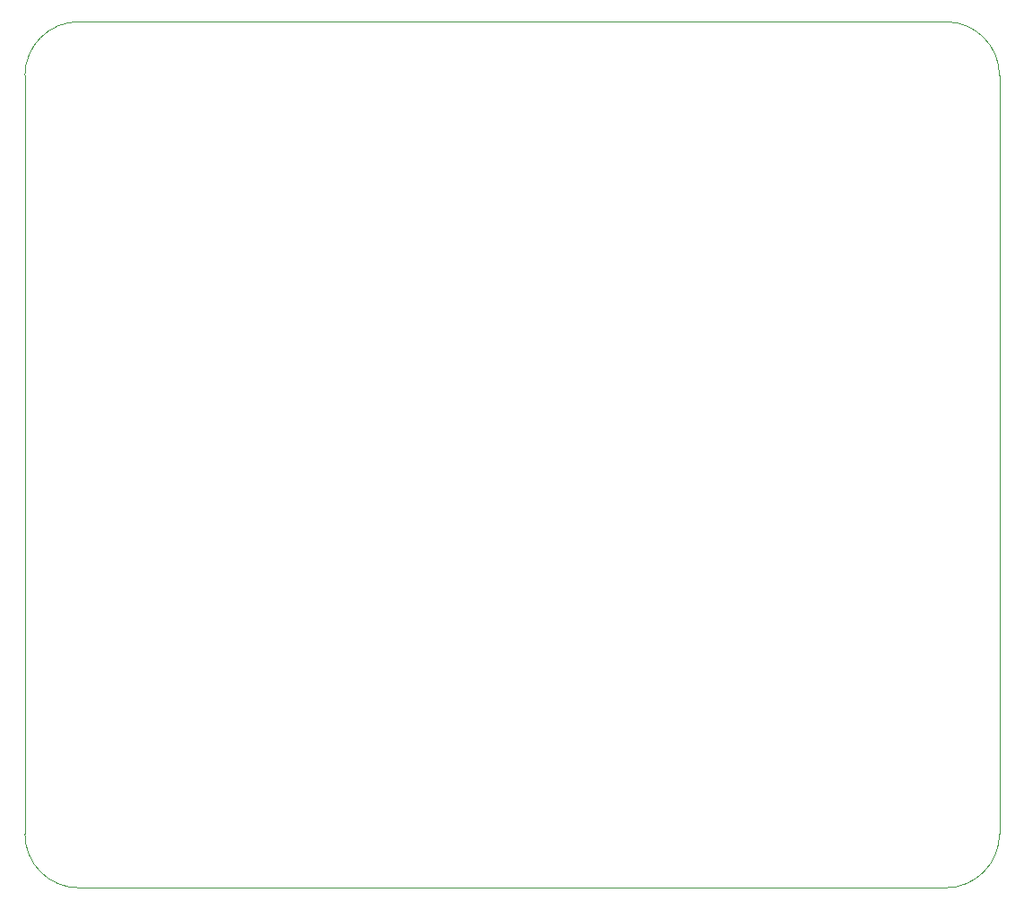
<source format=gm1>
%TF.GenerationSoftware,KiCad,Pcbnew,9.0.4*%
%TF.CreationDate,2025-08-27T19:57:53+02:00*%
%TF.ProjectId,HCP65 24 Pin Tester,48435036-3520-4323-9420-50696e205465,V1*%
%TF.SameCoordinates,Original*%
%TF.FileFunction,Profile,NP*%
%FSLAX46Y46*%
G04 Gerber Fmt 4.6, Leading zero omitted, Abs format (unit mm)*
G04 Created by KiCad (PCBNEW 9.0.4) date 2025-08-27 19:57:53*
%MOMM*%
%LPD*%
G01*
G04 APERTURE LIST*
%TA.AperFunction,Profile*%
%ADD10C,0.100000*%
%TD*%
G04 APERTURE END LIST*
D10*
X69850000Y-66294000D02*
X-12009995Y-66294001D01*
X74930000Y-61214000D02*
X74931049Y10414504D01*
X-12009995Y15495000D02*
X69851048Y15494503D01*
X-17090002Y-61213504D02*
X-17090000Y10414000D01*
X74930000Y-61213999D02*
G75*
G02*
X69850000Y-66294000I-5080000J-1D01*
G01*
X-12010002Y-66293504D02*
G75*
G02*
X-17090002Y-61213504I8J5080008D01*
G01*
X-17089955Y10414000D02*
G75*
G02*
X-12009995Y15495000I5081000J0D01*
G01*
X69851048Y15494504D02*
G75*
G02*
X74931054Y10414504I2J-5080004D01*
G01*
M02*

</source>
